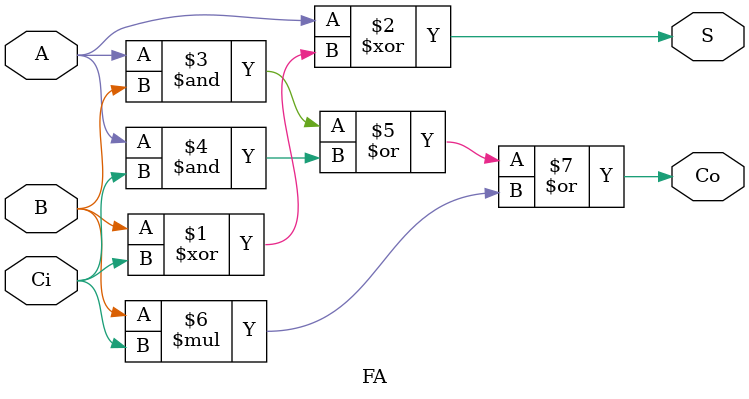
<source format=sv>
`timescale 1ns / 1ps


module FA(

    input A,        //first operand
    input B,        //second operand
    input Ci,       //carry in 
    output S,       //sum
    output Co       //carry out
    
    );
    
    assign S =  A ^ (B ^ Ci);                   //calculate S
    assign Co = (A & B) | (A & Ci) | (B * Ci);  //calculate Co
    
endmodule

</source>
